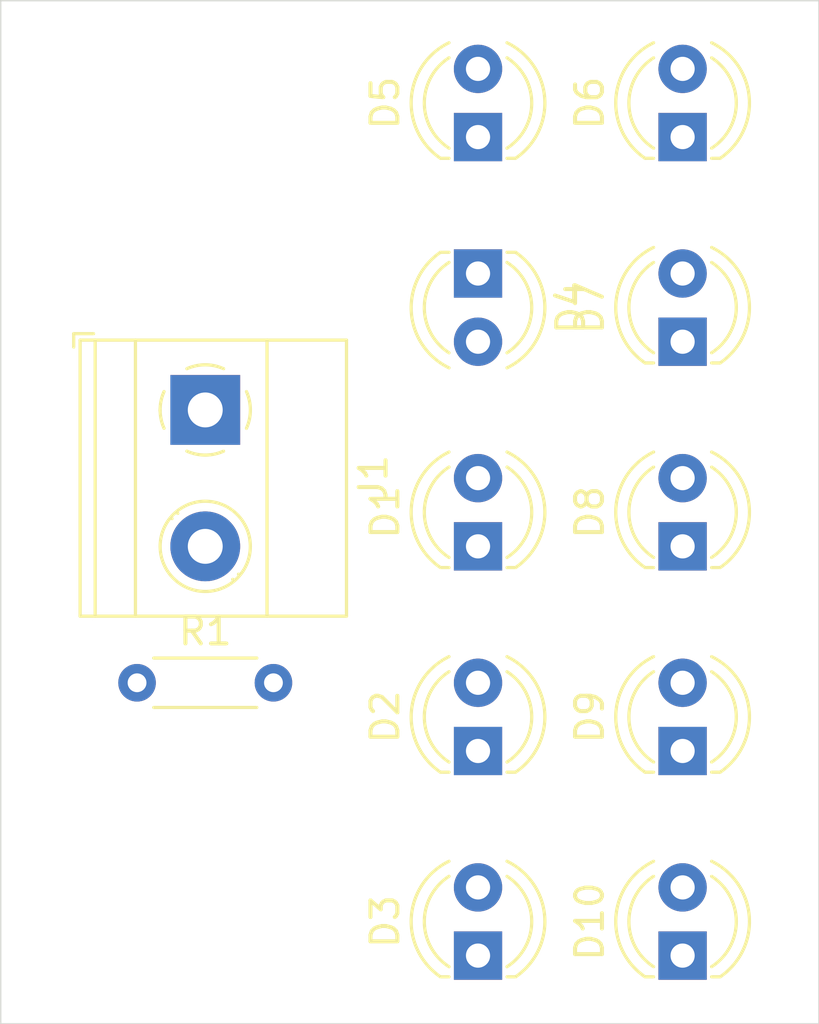
<source format=kicad_pcb>
(kicad_pcb (version 20240108) (generator "pcbnew") (generator_version "8.0")
  (layers (0 "F.Cu" signal) (31 "B.Cu" signal) (34 "B.Paste" user) (35 "F.Paste" user) (36 "B.SilkS" user "B.Silkscreen") (37 "F.SilkS" user "F.Silkscreen") (38 "B.Mask" user) (39 "F.Mask" user) (44 "Edge.Cuts" user))
  (net 0 "")
  (net 1 "Net-(D1-K)")
  (net 2 "Net-(D1-A)")
  (net 3 "Net-(D2-K)")
  (net 4 "Net-(D10-K)")
  (net 5 "Net-(D4-A)")
  (net 6 "Net-(D5-A)")
  (net 7 "Net-(D6-K)")
  (net 8 "Net-(D7-K)")
  (net 9 "Net-(D8-K)")
  (net 10 "Net-(D10-A)")
  (net 11 "Net-(J1-Pin_2)")
  (footprint "LED_THT:LED_D4.0mm" (layer "F.Cu") (at 157.48 109.22 90)
    (property "Reference" "D3" (at 1.27 -3.46 90) (layer "F.SilkS"))
    (property "Value" "LED")
    (fp_line (start -0.79 -1.399) (end -0.79 -1.08) (stroke (width 0.12)) (layer "F.SilkS"))
    (fp_line (start -0.79 1.08) (end -0.79 1.399) (stroke (width 0.12)) (layer "F.SilkS"))
    (fp_arc (start -0.79 -1.398749) (mid 1.453519 -2.483228) (end 3.513242 -1.080724) (stroke (width 0.12)) (layer "F.SilkS"))
    (fp_arc (start -0.41333 -1.08) (mid 1.269429 -2) (end 2.952713 -1.080961) (stroke (width 0.12)) (layer "F.SilkS"))
    (fp_arc (start 3.513242 1.080724) (mid 1.453519 2.483228) (end -0.79 1.398749) (stroke (width 0.12)) (layer "F.SilkS"))
    (fp_arc (start 2.952713 1.080961) (mid 1.269429 2) (end -0.41333 1.08) (stroke (width 0.12)) (layer "F.SilkS"))
    (pad "1" thru_hole rect (at 0 0 90) (size 1.8 1.8) (drill 0.9) (layers "*.Cu" "*.Mask") (net 4 "Net-(D10-K)"))
    (pad "2" thru_hole circle (at 2.54 0 90) (size 1.8 1.8) (drill 0.9) (layers "*.Cu" "*.Mask") (net 3 "Net-(D2-K)"))
  )
  (footprint "LED_THT:LED_D4.0mm" (layer "F.Cu") (at 165.1 86.36 90)
    (property "Reference" "D7" (at 1.27 -3.46 90) (layer "F.SilkS"))
    (property "Value" "LED")
    (fp_line (start -0.79 -1.399) (end -0.79 -1.08) (stroke (width 0.12)) (layer "F.SilkS"))
    (fp_line (start -0.79 1.08) (end -0.79 1.399) (stroke (width 0.12)) (layer "F.SilkS"))
    (fp_arc (start -0.79 -1.398749) (mid 1.453519 -2.483228) (end 3.513242 -1.080724) (stroke (width 0.12)) (layer "F.SilkS"))
    (fp_arc (start -0.41333 -1.08) (mid 1.269429 -2) (end 2.952713 -1.080961) (stroke (width 0.12)) (layer "F.SilkS"))
    (fp_arc (start 3.513242 1.080724) (mid 1.453519 2.483228) (end -0.79 1.398749) (stroke (width 0.12)) (layer "F.SilkS"))
    (fp_arc (start 2.952713 1.080961) (mid 1.269429 2) (end -0.41333 1.08) (stroke (width 0.12)) (layer "F.SilkS"))
    (pad "1" thru_hole rect (at 0 0 90) (size 1.8 1.8) (drill 0.9) (layers "*.Cu" "*.Mask") (net 8 "Net-(D7-K)"))
    (pad "2" thru_hole circle (at 2.54 0 90) (size 1.8 1.8) (drill 0.9) (layers "*.Cu" "*.Mask") (net 7 "Net-(D6-K)"))
  )
  (footprint "Resistor_THT:R_Axial_DIN0204_L3.6mm_D1.6mm_P5.08mm_Horizontal" (layer "F.Cu") (at 144.78 99.06)
    (property "Reference" "R1" (at 2.54 -1.92 360) (layer "F.SilkS"))
    (property "Value" "56")
    (fp_line (start 0.62 -0.92) (end 4.46 -0.92) (stroke (width 0.12)) (layer "F.SilkS"))
    (fp_line (start 0.62 0.92) (end 4.46 0.92) (stroke (width 0.12)) (layer "F.SilkS"))
    (pad "1" thru_hole circle (at 0 0) (size 1.4 1.4) (drill 0.7) (layers "*.Cu" "*.Mask") (net 11 "Net-(J1-Pin_2)"))
    (pad "2" thru_hole oval (at 5.08 0) (size 1.4 1.4) (drill 0.7) (layers "*.Cu" "*.Mask") (net 4 "Net-(D10-K)"))
  )
  (footprint "LED_THT:LED_D4.0mm" (layer "F.Cu") (at 165.1 101.6 90)
    (property "Reference" "D9" (at 1.27 -3.46 90) (layer "F.SilkS"))
    (property "Value" "LED")
    (fp_line (start -0.79 -1.399) (end -0.79 -1.08) (stroke (width 0.12)) (layer "F.SilkS"))
    (fp_line (start -0.79 1.08) (end -0.79 1.399) (stroke (width 0.12)) (layer "F.SilkS"))
    (fp_arc (start -0.79 -1.398749) (mid 1.453519 -2.483228) (end 3.513242 -1.080724) (stroke (width 0.12)) (layer "F.SilkS"))
    (fp_arc (start -0.41333 -1.08) (mid 1.269429 -2) (end 2.952713 -1.080961) (stroke (width 0.12)) (layer "F.SilkS"))
    (fp_arc (start 3.513242 1.080724) (mid 1.453519 2.483228) (end -0.79 1.398749) (stroke (width 0.12)) (layer "F.SilkS"))
    (fp_arc (start 2.952713 1.080961) (mid 1.269429 2) (end -0.41333 1.08) (stroke (width 0.12)) (layer "F.SilkS"))
    (pad "1" thru_hole rect (at 0 0 90) (size 1.8 1.8) (drill 0.9) (layers "*.Cu" "*.Mask") (net 10 "Net-(D10-A)"))
    (pad "2" thru_hole circle (at 2.54 0 90) (size 1.8 1.8) (drill 0.9) (layers "*.Cu" "*.Mask") (net 9 "Net-(D8-K)"))
  )
  (footprint "LED_THT:LED_D4.0mm" (layer "F.Cu") (at 157.48 101.6 90)
    (property "Reference" "D2" (at 1.27 -3.46 90) (layer "F.SilkS"))
    (property "Value" "LED")
    (fp_line (start -0.79 -1.399) (end -0.79 -1.08) (stroke (width 0.12)) (layer "F.SilkS"))
    (fp_line (start -0.79 1.08) (end -0.79 1.399) (stroke (width 0.12)) (layer "F.SilkS"))
    (fp_arc (start -0.79 -1.398749) (mid 1.453519 -2.483228) (end 3.513242 -1.080724) (stroke (width 0.12)) (layer "F.SilkS"))
    (fp_arc (start -0.41333 -1.08) (mid 1.269429 -2) (end 2.952713 -1.080961) (stroke (width 0.12)) (layer "F.SilkS"))
    (fp_arc (start 3.513242 1.080724) (mid 1.453519 2.483228) (end -0.79 1.398749) (stroke (width 0.12)) (layer "F.SilkS"))
    (fp_arc (start 2.952713 1.080961) (mid 1.269429 2) (end -0.41333 1.08) (stroke (width 0.12)) (layer "F.SilkS"))
    (pad "1" thru_hole rect (at 0 0 90) (size 1.8 1.8) (drill 0.9) (layers "*.Cu" "*.Mask") (net 3 "Net-(D2-K)"))
    (pad "2" thru_hole circle (at 2.54 0 90) (size 1.8 1.8) (drill 0.9) (layers "*.Cu" "*.Mask") (net 1 "Net-(D1-K)"))
  )
  (footprint "LED_THT:LED_D4.0mm" (layer "F.Cu") (at 165.1 109.22 90)
    (property "Reference" "D10" (at 1.27 -3.46 90) (layer "F.SilkS"))
    (property "Value" "LED")
    (fp_line (start -0.79 -1.399) (end -0.79 -1.08) (stroke (width 0.12)) (layer "F.SilkS"))
    (fp_line (start -0.79 1.08) (end -0.79 1.399) (stroke (width 0.12)) (layer "F.SilkS"))
    (fp_arc (start -0.79 -1.398749) (mid 1.453519 -2.483228) (end 3.513242 -1.080724) (stroke (width 0.12)) (layer "F.SilkS"))
    (fp_arc (start -0.41333 -1.08) (mid 1.269429 -2) (end 2.952713 -1.080961) (stroke (width 0.12)) (layer "F.SilkS"))
    (fp_arc (start 3.513242 1.080724) (mid 1.453519 2.483228) (end -0.79 1.398749) (stroke (width 0.12)) (layer "F.SilkS"))
    (fp_arc (start 2.952713 1.080961) (mid 1.269429 2) (end -0.41333 1.08) (stroke (width 0.12)) (layer "F.SilkS"))
    (pad "1" thru_hole rect (at 0 0 90) (size 1.8 1.8) (drill 0.9) (layers "*.Cu" "*.Mask") (net 4 "Net-(D10-K)"))
    (pad "2" thru_hole circle (at 2.54 0 90) (size 1.8 1.8) (drill 0.9) (layers "*.Cu" "*.Mask") (net 10 "Net-(D10-A)"))
  )
  (footprint "LED_THT:LED_D4.0mm" (layer "F.Cu") (at 157.48 93.98 90)
    (property "Reference" "D1" (at 1.27 -3.46 90) (layer "F.SilkS"))
    (property "Value" "LED")
    (fp_line (start -0.79 -1.399) (end -0.79 -1.08) (stroke (width 0.12)) (layer "F.SilkS"))
    (fp_line (start -0.79 1.08) (end -0.79 1.399) (stroke (width 0.12)) (layer "F.SilkS"))
    (fp_arc (start -0.79 -1.398749) (mid 1.453519 -2.483228) (end 3.513242 -1.080724) (stroke (width 0.12)) (layer "F.SilkS"))
    (fp_arc (start -0.41333 -1.08) (mid 1.269429 -2) (end 2.952713 -1.080961) (stroke (width 0.12)) (layer "F.SilkS"))
    (fp_arc (start 3.513242 1.080724) (mid 1.453519 2.483228) (end -0.79 1.398749) (stroke (width 0.12)) (layer "F.SilkS"))
    (fp_arc (start 2.952713 1.080961) (mid 1.269429 2) (end -0.41333 1.08) (stroke (width 0.12)) (layer "F.SilkS"))
    (pad "1" thru_hole rect (at 0 0 90) (size 1.8 1.8) (drill 0.9) (layers "*.Cu" "*.Mask") (net 1 "Net-(D1-K)"))
    (pad "2" thru_hole circle (at 2.54 0 90) (size 1.8 1.8) (drill 0.9) (layers "*.Cu" "*.Mask") (net 2 "Net-(D1-A)"))
  )
  (footprint "TerminalBlock_Phoenix:TerminalBlock_Phoenix_MKDS-1,5-2-5.08_1x02_P5.08mm_Horizontal" (layer "F.Cu") (at 147.32 88.9 -90)
    (property "Reference" "J1" (at 2.54 -6.26 90) (layer "F.SilkS"))
    (property "Value" "Screw_Terminal_01x02")
    (fp_line (start -2.84 4.9) (end -2.34 4.9) (stroke (width 0.12)) (layer "F.SilkS"))
    (fp_line (start -2.6 4.66) (end 7.68 4.66) (stroke (width 0.12)) (layer "F.SilkS"))
    (fp_line (start -2.84 4.16) (end -2.84 4.9) (stroke (width 0.12)) (layer "F.SilkS"))
    (fp_line (start -2.6 4.1) (end 7.68 4.1) (stroke (width 0.12)) (layer "F.SilkS"))
    (fp_line (start -2.6 2.6) (end 7.68 2.6) (stroke (width 0.12)) (layer "F.SilkS"))
    (fp_line (start 4.046 1.239) (end 4.011 1.274) (stroke (width 0.12)) (layer "F.SilkS"))
    (fp_line (start 3.853 1.023) (end 3.806 1.069) (stroke (width 0.12)) (layer "F.SilkS"))
    (fp_line (start 6.355 -1.069) (end 6.308 -1.023) (stroke (width 0.12)) (layer "F.SilkS"))
    (fp_line (start 6.15 -1.275) (end 6.115 -1.239) (stroke (width 0.12)) (layer "F.SilkS"))
    (fp_line (start -2.6 -2.301) (end 7.68 -2.301) (stroke (width 0.12)) (layer "F.SilkS"))
    (fp_line (start -2.6 -5.261) (end -2.6 4.66) (stroke (width 0.12)) (layer "F.SilkS"))
    (fp_line (start -2.6 -5.261) (end 7.68 -5.261) (stroke (width 0.12)) (layer "F.SilkS"))
    (fp_line (start 7.68 -5.261) (end 7.68 4.66) (stroke (width 0.12)) (layer "F.SilkS"))
    (fp_arc (start 0.028805 1.680253) (mid -0.335551 1.646659) (end -0.684 1.535) (stroke (width 0.12)) (layer "F.SilkS"))
    (fp_arc (start 0.683318 1.534756) (mid 0.349292 1.643288) (end 0 1.68) (stroke (width 0.12)) (layer "F.SilkS"))
    (fp_arc (start -1.535427 0.683042) (mid -1.680501 -0.000524) (end -1.535 -0.684) (stroke (width 0.12)) (layer "F.SilkS"))
    (fp_arc (start 1.535427 -0.683042) (mid 1.680501 0.000524) (end 1.535 0.684) (stroke (width 0.12)) (layer "F.SilkS"))
    (fp_arc (start -0.683042 -1.535427) (mid 0.000524 -1.680501) (end 0.684 -1.535) (stroke (width 0.12)) (layer "F.SilkS"))
    (fp_circle (center 5.08 0) (end 6.76 0) (stroke (width 0.12)) (fill none) (layer "F.SilkS"))
    (pad "1" thru_hole rect (at 0 0 270) (size 2.6 2.6) (drill 1.3) (layers "*.Cu" "*.Mask") (net 6 "Net-(D5-A)"))
    (pad "2" thru_hole circle (at 5.08 0 270) (size 2.6 2.6) (drill 1.3) (layers "*.Cu" "*.Mask") (net 11 "Net-(J1-Pin_2)"))
  )
  (footprint "LED_THT:LED_D4.0mm" (layer "F.Cu") (at 157.48 83.82 -90)
    (property "Reference" "D4" (at 1.27 -3.46 90) (layer "F.SilkS"))
    (property "Value" "LED")
    (fp_line (start -0.79 1.08) (end -0.79 1.399) (stroke (width 0.12)) (layer "F.SilkS"))
    (fp_line (start -0.79 -1.399) (end -0.79 -1.08) (stroke (width 0.12)) (layer "F.SilkS"))
    (fp_arc (start 2.952713 1.080961) (mid 1.269429 2) (end -0.41333 1.08) (stroke (width 0.12)) (layer "F.SilkS"))
    (fp_arc (start 3.513242 1.080724) (mid 1.453519 2.483228) (end -0.79 1.398749) (stroke (width 0.12)) (layer "F.SilkS"))
    (fp_arc (start -0.41333 -1.08) (mid 1.269429 -2) (end 2.952713 -1.080961) (stroke (width 0.12)) (layer "F.SilkS"))
    (fp_arc (start -0.79 -1.398749) (mid 1.453519 -2.483228) (end 3.513242 -1.080724) (stroke (width 0.12)) (layer "F.SilkS"))
    (pad "1" thru_hole rect (at 0 0 270) (size 1.8 1.8) (drill 0.9) (layers "*.Cu" "*.Mask") (net 2 "Net-(D1-A)"))
    (pad "2" thru_hole circle (at 2.54 0 270) (size 1.8 1.8) (drill 0.9) (layers "*.Cu" "*.Mask") (net 5 "Net-(D4-A)"))
  )
  (footprint "LED_THT:LED_D4.0mm" (layer "F.Cu") (at 165.1 78.74 90)
    (property "Reference" "D6" (at 1.27 -3.46 90) (layer "F.SilkS"))
    (property "Value" "LED")
    (fp_line (start -0.79 -1.399) (end -0.79 -1.08) (stroke (width 0.12)) (layer "F.SilkS"))
    (fp_line (start -0.79 1.08) (end -0.79 1.399) (stroke (width 0.12)) (layer "F.SilkS"))
    (fp_arc (start -0.79 -1.398749) (mid 1.453519 -2.483228) (end 3.513242 -1.080724) (stroke (width 0.12)) (layer "F.SilkS"))
    (fp_arc (start -0.41333 -1.08) (mid 1.269429 -2) (end 2.952713 -1.080961) (stroke (width 0.12)) (layer "F.SilkS"))
    (fp_arc (start 3.513242 1.080724) (mid 1.453519 2.483228) (end -0.79 1.398749) (stroke (width 0.12)) (layer "F.SilkS"))
    (fp_arc (start 2.952713 1.080961) (mid 1.269429 2) (end -0.41333 1.08) (stroke (width 0.12)) (layer "F.SilkS"))
    (pad "1" thru_hole rect (at 0 0 90) (size 1.8 1.8) (drill 0.9) (layers "*.Cu" "*.Mask") (net 7 "Net-(D6-K)"))
    (pad "2" thru_hole circle (at 2.54 0 90) (size 1.8 1.8) (drill 0.9) (layers "*.Cu" "*.Mask") (net 6 "Net-(D5-A)"))
  )
  (footprint "LED_THT:LED_D4.0mm" (layer "F.Cu") (at 165.1 93.98 90)
    (property "Reference" "D8" (at 1.27 -3.46 90) (layer "F.SilkS"))
    (property "Value" "LED")
    (fp_line (start -0.79 -1.399) (end -0.79 -1.08) (stroke (width 0.12)) (layer "F.SilkS"))
    (fp_line (start -0.79 1.08) (end -0.79 1.399) (stroke (width 0.12)) (layer "F.SilkS"))
    (fp_arc (start -0.79 -1.398749) (mid 1.453519 -2.483228) (end 3.513242 -1.080724) (stroke (width 0.12)) (layer "F.SilkS"))
    (fp_arc (start -0.41333 -1.08) (mid 1.269429 -2) (end 2.952713 -1.080961) (stroke (width 0.12)) (layer "F.SilkS"))
    (fp_arc (start 3.513242 1.080724) (mid 1.453519 2.483228) (end -0.79 1.398749) (stroke (width 0.12)) (layer "F.SilkS"))
    (fp_arc (start 2.952713 1.080961) (mid 1.269429 2) (end -0.41333 1.08) (stroke (width 0.12)) (layer "F.SilkS"))
    (pad "1" thru_hole rect (at 0 0 90) (size 1.8 1.8) (drill 0.9) (layers "*.Cu" "*.Mask") (net 9 "Net-(D8-K)"))
    (pad "2" thru_hole circle (at 2.54 0 90) (size 1.8 1.8) (drill 0.9) (layers "*.Cu" "*.Mask") (net 8 "Net-(D7-K)"))
  )
  (footprint "LED_THT:LED_D4.0mm" (layer "F.Cu") (at 157.48 78.74 90)
    (property "Reference" "D5" (at 1.27 -3.46 90) (layer "F.SilkS"))
    (property "Value" "LED")
    (fp_line (start -0.79 -1.399) (end -0.79 -1.08) (stroke (width 0.12)) (layer "F.SilkS"))
    (fp_line (start -0.79 1.08) (end -0.79 1.399) (stroke (width 0.12)) (layer "F.SilkS"))
    (fp_arc (start -0.79 -1.398749) (mid 1.453519 -2.483228) (end 3.513242 -1.080724) (stroke (width 0.12)) (layer "F.SilkS"))
    (fp_arc (start -0.41333 -1.08) (mid 1.269429 -2) (end 2.952713 -1.080961) (stroke (width 0.12)) (layer "F.SilkS"))
    (fp_arc (start 3.513242 1.080724) (mid 1.453519 2.483228) (end -0.79 1.398749) (stroke (width 0.12)) (layer "F.SilkS"))
    (fp_arc (start 2.952713 1.080961) (mid 1.269429 2) (end -0.41333 1.08) (stroke (width 0.12)) (layer "F.SilkS"))
    (pad "1" thru_hole rect (at 0 0 90) (size 1.8 1.8) (drill 0.9) (layers "*.Cu" "*.Mask") (net 5 "Net-(D4-A)"))
    (pad "2" thru_hole circle (at 2.54 0 90) (size 1.8 1.8) (drill 0.9) (layers "*.Cu" "*.Mask") (net 6 "Net-(D5-A)"))
  )
  (gr_rect (start 139.7 73.66) (end 170.18 111.76) (stroke (width 0.05)) (fill none) (layer "Edge.Cuts"))
)
</source>
